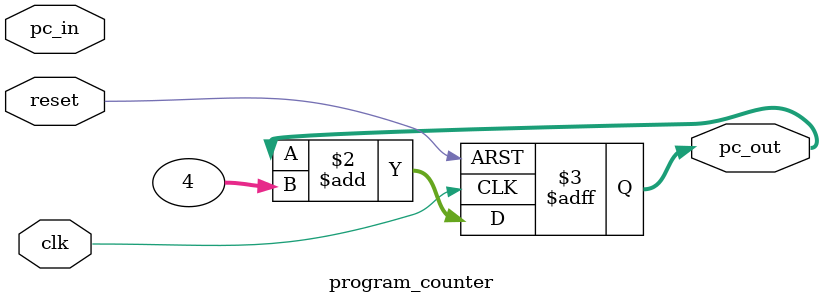
<source format=sv>
module program_counter (
    input logic clk,
    input logic reset,
    input logic [63:0] pc_in, // Input for PC update (could be next PC or jump target)
    output logic [63:0] pc_out // Current PC value
);
    always_ff @(posedge clk or posedge reset) begin
        if (reset)
            pc_out <= 64'b0; // Reset PC to 0
        else
            pc_out <= pc_out + 4; // Increment PC by 4 for next instruction
    end
endmodule

</source>
